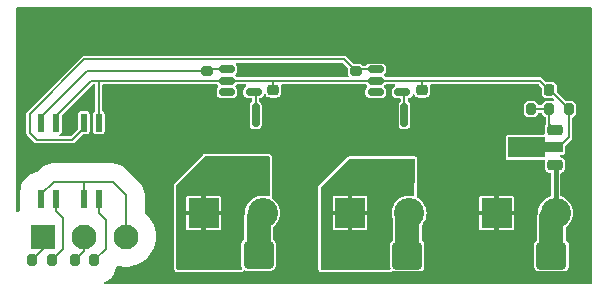
<source format=gbr>
%TF.GenerationSoftware,KiCad,Pcbnew,8.0.8*%
%TF.CreationDate,2025-03-09T17:27:28+01:00*%
%TF.ProjectId,02-dual-high-current-switch,30322d64-7561-46c2-9d68-6967682d6375,rev?*%
%TF.SameCoordinates,Original*%
%TF.FileFunction,Copper,L2,Bot*%
%TF.FilePolarity,Positive*%
%FSLAX46Y46*%
G04 Gerber Fmt 4.6, Leading zero omitted, Abs format (unit mm)*
G04 Created by KiCad (PCBNEW 8.0.8) date 2025-03-09 17:27:28*
%MOMM*%
%LPD*%
G01*
G04 APERTURE LIST*
G04 Aperture macros list*
%AMRoundRect*
0 Rectangle with rounded corners*
0 $1 Rounding radius*
0 $2 $3 $4 $5 $6 $7 $8 $9 X,Y pos of 4 corners*
0 Add a 4 corners polygon primitive as box body*
4,1,4,$2,$3,$4,$5,$6,$7,$8,$9,$2,$3,0*
0 Add four circle primitives for the rounded corners*
1,1,$1+$1,$2,$3*
1,1,$1+$1,$4,$5*
1,1,$1+$1,$6,$7*
1,1,$1+$1,$8,$9*
0 Add four rect primitives between the rounded corners*
20,1,$1+$1,$2,$3,$4,$5,0*
20,1,$1+$1,$4,$5,$6,$7,0*
20,1,$1+$1,$6,$7,$8,$9,0*
20,1,$1+$1,$8,$9,$2,$3,0*%
%AMFreePoly0*
4,1,9,3.862500,-0.866500,0.737500,-0.866500,0.737500,-0.450000,-0.737500,-0.450000,-0.737500,0.450000,0.737500,0.450000,0.737500,0.866500,3.862500,0.866500,3.862500,-0.866500,3.862500,-0.866500,$1*%
G04 Aperture macros list end*
%TA.AperFunction,ComponentPad*%
%ADD10R,2.550000X2.550000*%
%TD*%
%TA.AperFunction,ComponentPad*%
%ADD11C,2.550000*%
%TD*%
%TA.AperFunction,ComponentPad*%
%ADD12R,2.100000X2.100000*%
%TD*%
%TA.AperFunction,ComponentPad*%
%ADD13C,2.100000*%
%TD*%
%TA.AperFunction,ComponentPad*%
%ADD14C,5.600000*%
%TD*%
%TA.AperFunction,SMDPad,CuDef*%
%ADD15RoundRect,0.200000X-0.200000X-0.275000X0.200000X-0.275000X0.200000X0.275000X-0.200000X0.275000X0*%
%TD*%
%TA.AperFunction,SMDPad,CuDef*%
%ADD16RoundRect,0.250000X1.000000X0.900000X-1.000000X0.900000X-1.000000X-0.900000X1.000000X-0.900000X0*%
%TD*%
%TA.AperFunction,SMDPad,CuDef*%
%ADD17RoundRect,0.200000X-0.275000X0.200000X-0.275000X-0.200000X0.275000X-0.200000X0.275000X0.200000X0*%
%TD*%
%TA.AperFunction,SMDPad,CuDef*%
%ADD18RoundRect,0.137500X0.137500X-0.662500X0.137500X0.662500X-0.137500X0.662500X-0.137500X-0.662500X0*%
%TD*%
%TA.AperFunction,SMDPad,CuDef*%
%ADD19RoundRect,0.150000X-0.150000X0.825000X-0.150000X-0.825000X0.150000X-0.825000X0.150000X0.825000X0*%
%TD*%
%TA.AperFunction,SMDPad,CuDef*%
%ADD20RoundRect,0.150000X-0.512500X-0.150000X0.512500X-0.150000X0.512500X0.150000X-0.512500X0.150000X0*%
%TD*%
%TA.AperFunction,SMDPad,CuDef*%
%ADD21RoundRect,0.225000X0.425000X0.225000X-0.425000X0.225000X-0.425000X-0.225000X0.425000X-0.225000X0*%
%TD*%
%TA.AperFunction,SMDPad,CuDef*%
%ADD22FreePoly0,180.000000*%
%TD*%
%TA.AperFunction,SMDPad,CuDef*%
%ADD23RoundRect,0.225000X0.225000X0.250000X-0.225000X0.250000X-0.225000X-0.250000X0.225000X-0.250000X0*%
%TD*%
%TA.AperFunction,SMDPad,CuDef*%
%ADD24RoundRect,0.225000X0.250000X-0.225000X0.250000X0.225000X-0.250000X0.225000X-0.250000X-0.225000X0*%
%TD*%
%TA.AperFunction,ViaPad*%
%ADD25C,0.600000*%
%TD*%
%TA.AperFunction,Conductor*%
%ADD26C,0.200000*%
%TD*%
%TA.AperFunction,Conductor*%
%ADD27C,0.400000*%
%TD*%
%TA.AperFunction,Conductor*%
%ADD28C,2.000000*%
%TD*%
G04 APERTURE END LIST*
D10*
%TO.P,J4,1,Pin_1*%
%TO.N,Net-(D3-A)*%
X194400000Y-132700000D03*
D11*
%TO.P,J4,2,Pin_2*%
%TO.N,+24V*%
X199400000Y-132700000D03*
%TD*%
D10*
%TO.P,J1,1,Pin_1*%
%TO.N,GND*%
X206800000Y-132700000D03*
D11*
%TO.P,J1,2,Pin_2*%
%TO.N,+24V*%
X211800000Y-132700000D03*
%TD*%
D10*
%TO.P,J3,1,Pin_1*%
%TO.N,Net-(D2-A)*%
X182000000Y-132700000D03*
D11*
%TO.P,J3,2,Pin_2*%
%TO.N,+24V*%
X187000000Y-132700000D03*
%TD*%
D12*
%TO.P,J2,1,Pin_1*%
%TO.N,Net-(J2-Pin_1)*%
X168397500Y-134700000D03*
D13*
%TO.P,J2,2,Pin_2*%
%TO.N,Net-(J2-Pin_2)*%
X171897500Y-134700000D03*
%TO.P,J2,3,Pin_3*%
%TO.N,Net-(J2-Pin_3)*%
X175397500Y-134700000D03*
%TD*%
D14*
%TO.P,H4,1,1*%
%TO.N,GND*%
X203200000Y-127000000D03*
%TD*%
%TO.P,H2,1,1*%
%TO.N,GND*%
X177800000Y-127000000D03*
%TD*%
D15*
%TO.P,R6,1*%
%TO.N,GND*%
X208075000Y-123900000D03*
%TO.P,R6,2*%
%TO.N,Net-(U3-ADJ)*%
X209725000Y-123900000D03*
%TD*%
D16*
%TO.P,D3,1,K*%
%TO.N,+24V*%
X199250000Y-136300000D03*
%TO.P,D3,2,A*%
%TO.N,Net-(D3-A)*%
X194950000Y-136300000D03*
%TD*%
D17*
%TO.P,R4,1*%
%TO.N,Net-(U5-IN)*%
X194900000Y-120675000D03*
%TO.P,R4,2*%
%TO.N,GND*%
X194900000Y-122325000D03*
%TD*%
D18*
%TO.P,U1,1*%
%TO.N,Net-(R1-Pad2)*%
X169535000Y-131550000D03*
%TO.P,U1,2*%
%TO.N,Net-(J2-Pin_3)*%
X168265000Y-131550000D03*
%TO.P,U1,3*%
%TO.N,Net-(U4-IN)*%
X168265000Y-125050000D03*
%TO.P,U1,4*%
%TO.N,+12V*%
X169535000Y-125050000D03*
%TD*%
D15*
%TO.P,R2,1*%
%TO.N,Net-(J2-Pin_2)*%
X171075000Y-136700000D03*
%TO.P,R2,2*%
%TO.N,Net-(R2-Pad2)*%
X172725000Y-136700000D03*
%TD*%
D19*
%TO.P,Q1,1,S*%
%TO.N,GND*%
X182595000Y-124425000D03*
%TO.P,Q1,2,S*%
X183865000Y-124425000D03*
%TO.P,Q1,3,S*%
X185135000Y-124425000D03*
%TO.P,Q1,4,G*%
%TO.N,Net-(Q1-G)*%
X186405000Y-124425000D03*
%TO.P,Q1,5,D*%
%TO.N,Net-(D2-A)*%
X186405000Y-129375000D03*
%TO.P,Q1,6,D*%
X185135000Y-129375000D03*
%TO.P,Q1,7,D*%
X183865000Y-129375000D03*
%TO.P,Q1,8,D*%
X182595000Y-129375000D03*
%TD*%
D17*
%TO.P,R3,1*%
%TO.N,Net-(U4-IN)*%
X182300000Y-120675000D03*
%TO.P,R3,2*%
%TO.N,GND*%
X182300000Y-122325000D03*
%TD*%
D18*
%TO.P,U2,1*%
%TO.N,Net-(R2-Pad2)*%
X173135000Y-131550000D03*
%TO.P,U2,2*%
%TO.N,Net-(J2-Pin_3)*%
X171865000Y-131550000D03*
%TO.P,U2,3*%
%TO.N,Net-(U5-IN)*%
X171865000Y-125050000D03*
%TO.P,U2,4*%
%TO.N,+12V*%
X173135000Y-125050000D03*
%TD*%
D16*
%TO.P,D1,1,A1*%
%TO.N,+24V*%
X211450000Y-136300000D03*
%TO.P,D1,2,A2*%
%TO.N,GND*%
X207150000Y-136300000D03*
%TD*%
D20*
%TO.P,U5,1,NC*%
%TO.N,unconnected-(U5-NC-Pad1)*%
X196562500Y-122449999D03*
%TO.P,U5,2,Vdd*%
%TO.N,+12V*%
X196562500Y-121500000D03*
%TO.P,U5,3,IN*%
%TO.N,Net-(U5-IN)*%
X196562500Y-120550001D03*
%TO.P,U5,4,GND*%
%TO.N,GND*%
X198837500Y-120550001D03*
%TO.P,U5,5,OUT*%
%TO.N,Net-(Q2-G)*%
X198837500Y-122449999D03*
%TD*%
D15*
%TO.P,R1,1*%
%TO.N,Net-(J2-Pin_1)*%
X167475000Y-136700000D03*
%TO.P,R1,2*%
%TO.N,Net-(R1-Pad2)*%
X169125000Y-136700000D03*
%TD*%
D20*
%TO.P,U4,1,NC*%
%TO.N,unconnected-(U4-NC-Pad1)*%
X183962500Y-122449999D03*
%TO.P,U4,2,Vdd*%
%TO.N,+12V*%
X183962500Y-121500000D03*
%TO.P,U4,3,IN*%
%TO.N,Net-(U4-IN)*%
X183962500Y-120550001D03*
%TO.P,U4,4,GND*%
%TO.N,GND*%
X186237500Y-120550001D03*
%TO.P,U4,5,OUT*%
%TO.N,Net-(Q1-G)*%
X186237500Y-122449999D03*
%TD*%
D21*
%TO.P,U3,1,ADJ*%
%TO.N,Net-(U3-ADJ)*%
X211750000Y-125637500D03*
D22*
%TO.P,U3,2,VO*%
%TO.N,+12V*%
X211662500Y-127137500D03*
D21*
%TO.P,U3,3,VI*%
%TO.N,+24V*%
X211750000Y-128637500D03*
%TD*%
D23*
%TO.P,C1,1*%
%TO.N,+12V*%
X211275000Y-122300000D03*
%TO.P,C1,2*%
%TO.N,GND*%
X209725000Y-122300000D03*
%TD*%
D24*
%TO.P,C2,1*%
%TO.N,+12V*%
X187900000Y-122275000D03*
%TO.P,C2,2*%
%TO.N,GND*%
X187900000Y-120725000D03*
%TD*%
D19*
%TO.P,Q2,1,S*%
%TO.N,GND*%
X195195000Y-124425000D03*
%TO.P,Q2,2,S*%
X196465000Y-124425000D03*
%TO.P,Q2,3,S*%
X197735000Y-124425000D03*
%TO.P,Q2,4,G*%
%TO.N,Net-(Q2-G)*%
X199005000Y-124425000D03*
%TO.P,Q2,5,D*%
%TO.N,Net-(D3-A)*%
X199005000Y-129375000D03*
%TO.P,Q2,6,D*%
X197735000Y-129375000D03*
%TO.P,Q2,7,D*%
X196465000Y-129375000D03*
%TO.P,Q2,8,D*%
X195195000Y-129375000D03*
%TD*%
D24*
%TO.P,C3,1*%
%TO.N,+12V*%
X200500000Y-122275000D03*
%TO.P,C3,2*%
%TO.N,GND*%
X200500000Y-120725000D03*
%TD*%
D16*
%TO.P,D2,1,K*%
%TO.N,+24V*%
X186650000Y-136237500D03*
%TO.P,D2,2,A*%
%TO.N,Net-(D2-A)*%
X182350000Y-136237500D03*
%TD*%
D15*
%TO.P,R5,1*%
%TO.N,Net-(U3-ADJ)*%
X211275000Y-123900000D03*
%TO.P,R5,2*%
%TO.N,+12V*%
X212925000Y-123900000D03*
%TD*%
D25*
%TO.N,GND*%
X201700000Y-120700000D03*
X189100000Y-120700000D03*
%TD*%
D26*
%TO.N,GND*%
X200325001Y-120550001D02*
X200500000Y-120725000D01*
X189075000Y-120725000D02*
X189100000Y-120700000D01*
X186237500Y-120550001D02*
X187725001Y-120550001D01*
X201675000Y-120725000D02*
X201700000Y-120700000D01*
X187725001Y-120550001D02*
X187900000Y-120725000D01*
X198837500Y-120550001D02*
X200325001Y-120550001D01*
X194900000Y-122325000D02*
X195195000Y-122620000D01*
X195195000Y-122620000D02*
X195195000Y-124425000D01*
X187900000Y-120725000D02*
X189075000Y-120725000D01*
X200500000Y-120725000D02*
X201675000Y-120725000D01*
%TO.N,+12V*%
X187900000Y-121500000D02*
X196562500Y-121500000D01*
X173135000Y-125050000D02*
X173135000Y-121535000D01*
X169535000Y-124465000D02*
X172500000Y-121500000D01*
X200500000Y-121500000D02*
X210475000Y-121500000D01*
X212925000Y-123900000D02*
X212925000Y-126275000D01*
X169535000Y-125050000D02*
X169535000Y-124465000D01*
X172500000Y-121500000D02*
X173100000Y-121500000D01*
X211325000Y-122300000D02*
X212925000Y-123900000D01*
X173100000Y-121500000D02*
X178300000Y-121500000D01*
X173135000Y-121535000D02*
X173100000Y-121500000D01*
X210475000Y-121500000D02*
X211275000Y-122300000D01*
X169535000Y-125050000D02*
X169535000Y-125735000D01*
X212062500Y-127137500D02*
X211662500Y-127137500D01*
X187900000Y-122275000D02*
X187900000Y-121500000D01*
X183962500Y-121500000D02*
X187900000Y-121500000D01*
X196562500Y-121500000D02*
X200500000Y-121500000D01*
X211275000Y-122300000D02*
X211325000Y-122300000D01*
X200500000Y-122275000D02*
X200500000Y-121500000D01*
X212925000Y-126275000D02*
X212062500Y-127137500D01*
X178300000Y-121500000D02*
X183962500Y-121500000D01*
D27*
%TO.N,+24V*%
X211800000Y-132700000D02*
X211800000Y-128687500D01*
D28*
X211450000Y-136300000D02*
X211450000Y-133050000D01*
X199250000Y-132850000D02*
X199400000Y-132700000D01*
D27*
X211800000Y-128687500D02*
X211750000Y-128637500D01*
D28*
X211450000Y-133050000D02*
X211800000Y-132700000D01*
X199250000Y-136300000D02*
X199250000Y-132850000D01*
X186650000Y-133050000D02*
X187000000Y-132700000D01*
X186650000Y-136237500D02*
X186650000Y-133050000D01*
D26*
%TO.N,Net-(R2-Pad2)*%
X173700000Y-133300000D02*
X173700000Y-135725000D01*
X173135000Y-132735000D02*
X173700000Y-133300000D01*
X173700000Y-135725000D02*
X172725000Y-136700000D01*
X173135000Y-131550000D02*
X173135000Y-132735000D01*
%TO.N,Net-(U4-IN)*%
X168265000Y-125050000D02*
X168265000Y-124535000D01*
X182424999Y-120550001D02*
X182300000Y-120675000D01*
X172125000Y-120675000D02*
X182300000Y-120675000D01*
X183962500Y-120550001D02*
X182424999Y-120550001D01*
X168265000Y-124535000D02*
X172125000Y-120675000D01*
%TO.N,Net-(Q2-G)*%
X199005000Y-122617499D02*
X198837500Y-122449999D01*
X199005000Y-124425000D02*
X199005000Y-122617499D01*
%TO.N,Net-(R1-Pad2)*%
X169535000Y-132535000D02*
X170100000Y-133100000D01*
X170100000Y-135725000D02*
X169125000Y-136700000D01*
X170100000Y-133100000D02*
X170100000Y-135725000D01*
X169535000Y-131550000D02*
X169535000Y-132535000D01*
%TO.N,Net-(U5-IN)*%
X195024999Y-120550001D02*
X194900000Y-120675000D01*
X171865000Y-125050000D02*
X171865000Y-125535000D01*
X167300000Y-125900000D02*
X167300000Y-124300000D01*
X167900000Y-126500000D02*
X167300000Y-125900000D01*
X193925000Y-119700000D02*
X194900000Y-120675000D01*
X171865000Y-125535000D02*
X170900000Y-126500000D01*
X170900000Y-126500000D02*
X167900000Y-126500000D01*
X171900000Y-119700000D02*
X193925000Y-119700000D01*
X196562500Y-120550001D02*
X195024999Y-120550001D01*
X167300000Y-124300000D02*
X171900000Y-119700000D01*
%TO.N,Net-(Q1-G)*%
X186405000Y-124425000D02*
X186405000Y-122617499D01*
X186405000Y-122617499D02*
X186237500Y-122449999D01*
%TO.N,Net-(J2-Pin_1)*%
X168397500Y-135777500D02*
X167475000Y-136700000D01*
X168397500Y-134700000D02*
X168397500Y-135777500D01*
%TO.N,Net-(J2-Pin_2)*%
X171897500Y-134700000D02*
X171897500Y-135877500D01*
X171897500Y-135877500D02*
X171075000Y-136700000D01*
%TO.N,Net-(J2-Pin_3)*%
X174300000Y-130100000D02*
X171900000Y-130100000D01*
X175397500Y-134700000D02*
X175397500Y-131197500D01*
X168265000Y-131135000D02*
X169300000Y-130100000D01*
X171865000Y-131550000D02*
X171865000Y-130135000D01*
X171865000Y-130135000D02*
X171900000Y-130100000D01*
X171900000Y-130100000D02*
X169300000Y-130100000D01*
X168265000Y-131550000D02*
X168265000Y-131135000D01*
X175397500Y-131197500D02*
X174300000Y-130100000D01*
%TO.N,Net-(U3-ADJ)*%
X211275000Y-123900000D02*
X211275000Y-125162500D01*
X209725000Y-123900000D02*
X211275000Y-123900000D01*
X211275000Y-125162500D02*
X211750000Y-125637500D01*
%TD*%
%TA.AperFunction,Conductor*%
%TO.N,GND*%
G36*
X193817712Y-120019407D02*
G01*
X193829525Y-120029496D01*
X194195504Y-120395475D01*
X194223281Y-120449992D01*
X194224500Y-120465479D01*
X194224500Y-120906520D01*
X194224501Y-120906523D01*
X194239352Y-121000299D01*
X194239353Y-121000302D01*
X194267506Y-121055555D01*
X194277077Y-121115987D01*
X194249300Y-121170503D01*
X194194783Y-121198281D01*
X194179296Y-121199500D01*
X184853365Y-121199500D01*
X184795174Y-121180593D01*
X184769389Y-121149891D01*
X184768965Y-121150194D01*
X184765115Y-121144802D01*
X184764423Y-121143978D01*
X184764198Y-121143518D01*
X184764198Y-121143517D01*
X184715682Y-121095001D01*
X184687907Y-121040487D01*
X184697478Y-120980055D01*
X184715682Y-120954999D01*
X184764198Y-120906484D01*
X184815573Y-120801394D01*
X184825500Y-120733261D01*
X184825500Y-120366741D01*
X184815573Y-120298608D01*
X184764198Y-120193518D01*
X184740181Y-120169501D01*
X184712406Y-120114987D01*
X184721977Y-120054555D01*
X184765242Y-120011290D01*
X184810187Y-120000500D01*
X193759521Y-120000500D01*
X193817712Y-120019407D01*
G37*
%TD.AperFunction*%
%TA.AperFunction,Conductor*%
G36*
X214858691Y-115319407D02*
G01*
X214894655Y-115368907D01*
X214899500Y-115399500D01*
X214899500Y-138600500D01*
X214880593Y-138658691D01*
X214831093Y-138694655D01*
X214800500Y-138699500D01*
X173699441Y-138699500D01*
X173641250Y-138680593D01*
X173605286Y-138631093D01*
X173605286Y-138569907D01*
X173641250Y-138520407D01*
X173653815Y-138512640D01*
X173824466Y-138424036D01*
X174035119Y-138269751D01*
X174219751Y-138085119D01*
X174374036Y-137874466D01*
X174494357Y-137642730D01*
X174577893Y-137395343D01*
X174604943Y-137240001D01*
X174633552Y-137185918D01*
X174688488Y-137158979D01*
X174727089Y-137161095D01*
X174918639Y-137210277D01*
X175237036Y-137250500D01*
X175557964Y-137250500D01*
X175876361Y-137210277D01*
X176187206Y-137130466D01*
X176434188Y-137032678D01*
X176485595Y-137012325D01*
X176485597Y-137012324D01*
X176766828Y-136857716D01*
X177026464Y-136669080D01*
X177260411Y-136449390D01*
X177464978Y-136202110D01*
X177636939Y-135931142D01*
X177773584Y-135640758D01*
X177872756Y-135335538D01*
X177932892Y-135020294D01*
X177953043Y-134700000D01*
X177932892Y-134379706D01*
X177872756Y-134064462D01*
X177773584Y-133759242D01*
X177636939Y-133468858D01*
X177636935Y-133468853D01*
X177636931Y-133468844D01*
X177464978Y-133197890D01*
X177260416Y-132950616D01*
X177260406Y-132950605D01*
X177179247Y-132874392D01*
X177029229Y-132733516D01*
X176999754Y-132679901D01*
X176998000Y-132661350D01*
X176998000Y-131071534D01*
X176958591Y-130822719D01*
X176896125Y-130630469D01*
X176880741Y-130583121D01*
X176766370Y-130358655D01*
X176723755Y-130300000D01*
X179500000Y-130300000D01*
X179501180Y-130298819D01*
X179494500Y-130341004D01*
X179494500Y-130341008D01*
X179494500Y-132294500D01*
X179494500Y-137401000D01*
X179497030Y-137433143D01*
X179501883Y-137463793D01*
X179502646Y-137468281D01*
X179502647Y-137468286D01*
X179538591Y-137552382D01*
X179538592Y-137552383D01*
X179574556Y-137601883D01*
X179598797Y-137629628D01*
X179677307Y-137676536D01*
X179735498Y-137695443D01*
X179748198Y-137697454D01*
X179798996Y-137705500D01*
X179799000Y-137705500D01*
X185161992Y-137705500D01*
X185179623Y-137704741D01*
X185179635Y-137704740D01*
X185196581Y-137703279D01*
X185274950Y-137680226D01*
X185329045Y-137651637D01*
X185359940Y-137631575D01*
X185390725Y-137593561D01*
X185442039Y-137560239D01*
X185500356Y-137562420D01*
X185565301Y-137585146D01*
X185595725Y-137587999D01*
X185595727Y-137588000D01*
X185595734Y-137588000D01*
X187704273Y-137588000D01*
X187704273Y-137587999D01*
X187734699Y-137585146D01*
X187862882Y-137540293D01*
X187972150Y-137459650D01*
X188052793Y-137350382D01*
X188097646Y-137222199D01*
X188100499Y-137191773D01*
X188100500Y-137191773D01*
X188100500Y-135283227D01*
X188100499Y-135283225D01*
X188097646Y-135252805D01*
X188097646Y-135252801D01*
X188052793Y-135124618D01*
X187973918Y-135017746D01*
X187972154Y-135015355D01*
X187972152Y-135015353D01*
X187972150Y-135015350D01*
X187941696Y-134992874D01*
X187890712Y-134955246D01*
X187855119Y-134905479D01*
X187850500Y-134875591D01*
X187850500Y-133956183D01*
X187869407Y-133897992D01*
X187888693Y-133878058D01*
X188002754Y-133789281D01*
X188168368Y-133609377D01*
X188302111Y-133404667D01*
X188400336Y-133180736D01*
X188460364Y-132943692D01*
X188480557Y-132700000D01*
X188460364Y-132456308D01*
X188400336Y-132219264D01*
X188302111Y-131995333D01*
X188168368Y-131790623D01*
X188002754Y-131610719D01*
X188002753Y-131610718D01*
X187809789Y-131460527D01*
X187808960Y-131459986D01*
X187808736Y-131459708D01*
X187806557Y-131458012D01*
X187806956Y-131457498D01*
X187770587Y-131412330D01*
X187767554Y-131351219D01*
X187774751Y-131334279D01*
X187774238Y-131334046D01*
X187776532Y-131328993D01*
X187776536Y-131328988D01*
X187795443Y-131270797D01*
X187799465Y-131245396D01*
X187805500Y-131207298D01*
X187805500Y-130541004D01*
X191694500Y-130541004D01*
X191694500Y-130541008D01*
X191694500Y-132294500D01*
X191694500Y-137401000D01*
X191697030Y-137433143D01*
X191701883Y-137463793D01*
X191702646Y-137468281D01*
X191702647Y-137468286D01*
X191738591Y-137552382D01*
X191738592Y-137552383D01*
X191774556Y-137601883D01*
X191798797Y-137629628D01*
X191877307Y-137676536D01*
X191935498Y-137695443D01*
X191948198Y-137697454D01*
X191998996Y-137705500D01*
X191999000Y-137705500D01*
X197738249Y-137705500D01*
X197740331Y-137705488D01*
X197740362Y-137705487D01*
X197740476Y-137705487D01*
X197742698Y-137705462D01*
X197808257Y-137693943D01*
X197866009Y-137673735D01*
X197899557Y-137658497D01*
X197938049Y-137623312D01*
X197993755Y-137598008D01*
X198037540Y-137602941D01*
X198095761Y-137623313D01*
X198165301Y-137647646D01*
X198195725Y-137650499D01*
X198195727Y-137650500D01*
X198195734Y-137650500D01*
X200304273Y-137650500D01*
X200304273Y-137650499D01*
X200334699Y-137647646D01*
X200462882Y-137602793D01*
X200572150Y-137522150D01*
X200652793Y-137412882D01*
X200697646Y-137284699D01*
X200700499Y-137254273D01*
X200700500Y-137254273D01*
X200700500Y-135345727D01*
X200700499Y-135345725D01*
X200697646Y-135315305D01*
X200697646Y-135315301D01*
X200652793Y-135187118D01*
X200606666Y-135124618D01*
X200572154Y-135077855D01*
X200572152Y-135077853D01*
X200572150Y-135077850D01*
X200490712Y-135017746D01*
X200455119Y-134967979D01*
X200450500Y-134938091D01*
X200450500Y-133776044D01*
X200469407Y-133717853D01*
X200476664Y-133708993D01*
X200568368Y-133609377D01*
X200702111Y-133404667D01*
X200800336Y-133180736D01*
X200860364Y-132943692D01*
X200880557Y-132700000D01*
X200860364Y-132456308D01*
X200800336Y-132219264D01*
X200702111Y-131995333D01*
X200568368Y-131790623D01*
X200402754Y-131610719D01*
X200209788Y-131460527D01*
X200107736Y-131405299D01*
X205325000Y-131405299D01*
X205325000Y-132499999D01*
X205325001Y-132500000D01*
X205973130Y-132500000D01*
X205950000Y-132616282D01*
X205950000Y-132783718D01*
X205973130Y-132900000D01*
X205325001Y-132900000D01*
X205325000Y-132900001D01*
X205325000Y-133994700D01*
X205336603Y-134053036D01*
X205380806Y-134119189D01*
X205380810Y-134119193D01*
X205446963Y-134163396D01*
X205505299Y-134174999D01*
X205505303Y-134175000D01*
X206599999Y-134175000D01*
X206600000Y-134174999D01*
X206600000Y-133526870D01*
X206716282Y-133550000D01*
X206883718Y-133550000D01*
X207000000Y-133526870D01*
X207000000Y-134174999D01*
X207000001Y-134175000D01*
X208094697Y-134175000D01*
X208094700Y-134174999D01*
X208153036Y-134163396D01*
X208219189Y-134119193D01*
X208219193Y-134119189D01*
X208263396Y-134053036D01*
X208274999Y-133994700D01*
X208275000Y-133994697D01*
X208275000Y-132900001D01*
X208274999Y-132900000D01*
X207626870Y-132900000D01*
X207650000Y-132783718D01*
X207650000Y-132616282D01*
X207626870Y-132500000D01*
X208274999Y-132500000D01*
X208275000Y-132499999D01*
X208275000Y-131405302D01*
X208274999Y-131405299D01*
X208263396Y-131346963D01*
X208219193Y-131280810D01*
X208219189Y-131280806D01*
X208153036Y-131236603D01*
X208094700Y-131225000D01*
X207000001Y-131225000D01*
X207000000Y-131225001D01*
X207000000Y-131873129D01*
X206883718Y-131850000D01*
X206716282Y-131850000D01*
X206600000Y-131873129D01*
X206600000Y-131225001D01*
X206599999Y-131225000D01*
X205505299Y-131225000D01*
X205446963Y-131236603D01*
X205380810Y-131280806D01*
X205380806Y-131280810D01*
X205336603Y-131346963D01*
X205325000Y-131405299D01*
X200107736Y-131405299D01*
X200077672Y-131389029D01*
X200035495Y-131344706D01*
X200027425Y-131284055D01*
X200030638Y-131271369D01*
X200045442Y-131225806D01*
X200045443Y-131225800D01*
X200048374Y-131207298D01*
X200055500Y-131162300D01*
X200055500Y-130244081D01*
X200068124Y-130195706D01*
X200076535Y-130180687D01*
X200086713Y-130149362D01*
X200095443Y-130122494D01*
X200105500Y-130058992D01*
X200105500Y-128705500D01*
X201700000Y-130300000D01*
X204900000Y-130300000D01*
X206500000Y-128700000D01*
X206500000Y-125500000D01*
X204700000Y-123700000D01*
X201700000Y-123700000D01*
X199900000Y-125500000D01*
X199900000Y-127916090D01*
X199864499Y-127904556D01*
X199864500Y-127904556D01*
X199801003Y-127894500D01*
X199801000Y-127894500D01*
X194341008Y-127894500D01*
X194330258Y-127894922D01*
X194324876Y-127895134D01*
X194311331Y-127896200D01*
X194309396Y-127896353D01*
X194309393Y-127896353D01*
X194309392Y-127896354D01*
X194232230Y-127918115D01*
X194232224Y-127918117D01*
X194177708Y-127945894D01*
X194125699Y-127983681D01*
X191783666Y-130325714D01*
X191772739Y-130337534D01*
X191762645Y-130349353D01*
X191762639Y-130349362D01*
X191723464Y-130419314D01*
X191704556Y-130477507D01*
X191694500Y-130541004D01*
X187805500Y-130541004D01*
X187805500Y-127999006D01*
X187805500Y-127999000D01*
X187802970Y-127966856D01*
X187798125Y-127936263D01*
X187798116Y-127936206D01*
X187797353Y-127931718D01*
X187797352Y-127931713D01*
X187761408Y-127847617D01*
X187754844Y-127838583D01*
X187725444Y-127798117D01*
X187701203Y-127770372D01*
X187622693Y-127723464D01*
X187622691Y-127723463D01*
X187622689Y-127723462D01*
X187564499Y-127704556D01*
X187564500Y-127704556D01*
X187501003Y-127694500D01*
X187501000Y-127694500D01*
X182141008Y-127694500D01*
X182130258Y-127694922D01*
X182124876Y-127695134D01*
X182111331Y-127696200D01*
X182109396Y-127696353D01*
X182109393Y-127696353D01*
X182109392Y-127696354D01*
X182032230Y-127718115D01*
X182032224Y-127718117D01*
X181977708Y-127745894D01*
X181925699Y-127783681D01*
X181100000Y-128609380D01*
X181100000Y-125500000D01*
X179300000Y-123700000D01*
X176300000Y-123700000D01*
X174500000Y-125500000D01*
X174500000Y-128500000D01*
X174513338Y-128513338D01*
X174425965Y-128499500D01*
X174425962Y-128499500D01*
X172025962Y-128499500D01*
X169174038Y-128499500D01*
X169174035Y-128499500D01*
X168925219Y-128538908D01*
X168685620Y-128616759D01*
X168461155Y-128731129D01*
X168461151Y-128731131D01*
X168308433Y-128842088D01*
X168257345Y-128879205D01*
X167892077Y-129244472D01*
X167845185Y-129270733D01*
X167619763Y-129324852D01*
X167381566Y-129423516D01*
X167381554Y-129423522D01*
X167161738Y-129558226D01*
X167161732Y-129558231D01*
X166965681Y-129725675D01*
X166965675Y-129725681D01*
X166798231Y-129921732D01*
X166798226Y-129921738D01*
X166663522Y-130141554D01*
X166663516Y-130141566D01*
X166564852Y-130379763D01*
X166504663Y-130630469D01*
X166494638Y-130757857D01*
X166489534Y-130822719D01*
X166489500Y-130823150D01*
X166489500Y-132276850D01*
X166495369Y-132351441D01*
X166481084Y-132410936D01*
X166460658Y-132434752D01*
X166282856Y-132585344D01*
X166282843Y-132585357D01*
X166275044Y-132594566D01*
X166223007Y-132626750D01*
X166161991Y-132622200D01*
X166115302Y-132582655D01*
X166100500Y-132530581D01*
X166100500Y-124260435D01*
X166999500Y-124260435D01*
X166999500Y-125939564D01*
X167019978Y-126015988D01*
X167034564Y-126041250D01*
X167039904Y-126050500D01*
X167059540Y-126084511D01*
X167659540Y-126684511D01*
X167659539Y-126684511D01*
X167715489Y-126740460D01*
X167784007Y-126780019D01*
X167784011Y-126780021D01*
X167860435Y-126800499D01*
X167860437Y-126800500D01*
X167860438Y-126800500D01*
X170939563Y-126800500D01*
X170939563Y-126800499D01*
X171015989Y-126780021D01*
X171084511Y-126740460D01*
X171140460Y-126684511D01*
X171745475Y-126079494D01*
X171799992Y-126051718D01*
X171815479Y-126050499D01*
X172042099Y-126050499D01*
X172042102Y-126050499D01*
X172091330Y-126044019D01*
X172199359Y-125993644D01*
X172283644Y-125909359D01*
X172334019Y-125801330D01*
X172340500Y-125752103D01*
X172340499Y-124347898D01*
X172334019Y-124298670D01*
X172291050Y-124206523D01*
X172283645Y-124190643D01*
X172283644Y-124190642D01*
X172283644Y-124190641D01*
X172199359Y-124106356D01*
X172199357Y-124106355D01*
X172199356Y-124106354D01*
X172091335Y-124055983D01*
X172091333Y-124055982D01*
X172091330Y-124055981D01*
X172042103Y-124049500D01*
X172042101Y-124049500D01*
X171687900Y-124049500D01*
X171687892Y-124049501D01*
X171638670Y-124055980D01*
X171530643Y-124106354D01*
X171446354Y-124190643D01*
X171395983Y-124298664D01*
X171395981Y-124298668D01*
X171395981Y-124298670D01*
X171395767Y-124300300D01*
X171389500Y-124347898D01*
X171389500Y-125544520D01*
X171370593Y-125602711D01*
X171360504Y-125614524D01*
X170804525Y-126170504D01*
X170750008Y-126198281D01*
X170734521Y-126199500D01*
X169874460Y-126199500D01*
X169816269Y-126180593D01*
X169780305Y-126131093D01*
X169780305Y-126069907D01*
X169816269Y-126020407D01*
X169832620Y-126010776D01*
X169846344Y-126004375D01*
X169869359Y-125993644D01*
X169953644Y-125909359D01*
X170004019Y-125801330D01*
X170010500Y-125752103D01*
X170010499Y-124455477D01*
X170029406Y-124397287D01*
X170039489Y-124385480D01*
X172595475Y-121829496D01*
X172649992Y-121801719D01*
X172665479Y-121800500D01*
X172735500Y-121800500D01*
X172793691Y-121819407D01*
X172829655Y-121868907D01*
X172834500Y-121899500D01*
X172834500Y-124031490D01*
X172815593Y-124089681D01*
X172805504Y-124101494D01*
X172800642Y-124106355D01*
X172800641Y-124106356D01*
X172722990Y-124184007D01*
X172716354Y-124190643D01*
X172665983Y-124298664D01*
X172665981Y-124298668D01*
X172665981Y-124298670D01*
X172665767Y-124300300D01*
X172659500Y-124347898D01*
X172659500Y-125752098D01*
X172659501Y-125752108D01*
X172665980Y-125801329D01*
X172716354Y-125909356D01*
X172716355Y-125909357D01*
X172716356Y-125909359D01*
X172800641Y-125993644D01*
X172908670Y-126044019D01*
X172957897Y-126050500D01*
X173312102Y-126050499D01*
X173361330Y-126044019D01*
X173469359Y-125993644D01*
X173553644Y-125909359D01*
X173604019Y-125801330D01*
X173610500Y-125752103D01*
X173610499Y-124347898D01*
X173604019Y-124298670D01*
X173561050Y-124206523D01*
X173553645Y-124190643D01*
X173553644Y-124190642D01*
X173553644Y-124190641D01*
X173469359Y-124106356D01*
X173469357Y-124106355D01*
X173464496Y-124101494D01*
X173436719Y-124046977D01*
X173435500Y-124031490D01*
X173435500Y-121899500D01*
X173454407Y-121841309D01*
X173503907Y-121805345D01*
X173534500Y-121800500D01*
X178260438Y-121800500D01*
X183071635Y-121800500D01*
X183129826Y-121819407D01*
X183155610Y-121850108D01*
X183156035Y-121849806D01*
X183159884Y-121855197D01*
X183160576Y-121856020D01*
X183160802Y-121856483D01*
X183209316Y-121904997D01*
X183237092Y-121959512D01*
X183227521Y-122019944D01*
X183209315Y-122045002D01*
X183160803Y-122093514D01*
X183160801Y-122093517D01*
X183109427Y-122198603D01*
X183109427Y-122198606D01*
X183099500Y-122266739D01*
X183099500Y-122633259D01*
X183100518Y-122640243D01*
X183109427Y-122701394D01*
X183159206Y-122803217D01*
X183160802Y-122806482D01*
X183243517Y-122889197D01*
X183285490Y-122909716D01*
X183348604Y-122940571D01*
X183348605Y-122940571D01*
X183348607Y-122940572D01*
X183416740Y-122950499D01*
X183416743Y-122950499D01*
X184508257Y-122950499D01*
X184508260Y-122950499D01*
X184576393Y-122940572D01*
X184681483Y-122889197D01*
X184764198Y-122806482D01*
X184815573Y-122701392D01*
X184825500Y-122633259D01*
X184825500Y-122266739D01*
X184815573Y-122198606D01*
X184764198Y-122093516D01*
X184715682Y-122045000D01*
X184687907Y-121990486D01*
X184697478Y-121930054D01*
X184715682Y-121904998D01*
X184764198Y-121856483D01*
X184764423Y-121856021D01*
X184764819Y-121855612D01*
X184768965Y-121849806D01*
X184769835Y-121850427D01*
X184806965Y-121812047D01*
X184853365Y-121800500D01*
X185520775Y-121800500D01*
X185578966Y-121819407D01*
X185614930Y-121868907D01*
X185614930Y-121930093D01*
X185578966Y-121979593D01*
X185564258Y-121988439D01*
X185518517Y-122010801D01*
X185435801Y-122093517D01*
X185384427Y-122198603D01*
X185384427Y-122198606D01*
X185374500Y-122266739D01*
X185374500Y-122633259D01*
X185375518Y-122640243D01*
X185384427Y-122701394D01*
X185434206Y-122803217D01*
X185435802Y-122806482D01*
X185518517Y-122889197D01*
X185560490Y-122909716D01*
X185623604Y-122940571D01*
X185623605Y-122940571D01*
X185623607Y-122940572D01*
X185691740Y-122950499D01*
X186005500Y-122950499D01*
X186063691Y-122969406D01*
X186099655Y-123018906D01*
X186104500Y-123049499D01*
X186104500Y-123221635D01*
X186085593Y-123279826D01*
X186054889Y-123305612D01*
X186055192Y-123306036D01*
X186049817Y-123309873D01*
X186048982Y-123310574D01*
X186048800Y-123310663D01*
X186048518Y-123310801D01*
X185965801Y-123393518D01*
X185914427Y-123498604D01*
X185909694Y-123531093D01*
X185904500Y-123566740D01*
X185904500Y-125283260D01*
X185911118Y-125328682D01*
X185914427Y-125351395D01*
X185938189Y-125400000D01*
X185965802Y-125456483D01*
X186048517Y-125539198D01*
X186102285Y-125565483D01*
X186153604Y-125590572D01*
X186153605Y-125590572D01*
X186153607Y-125590573D01*
X186221740Y-125600500D01*
X186221743Y-125600500D01*
X186588257Y-125600500D01*
X186588260Y-125600500D01*
X186656393Y-125590573D01*
X186761483Y-125539198D01*
X186844198Y-125456483D01*
X186895573Y-125351393D01*
X186905500Y-125283260D01*
X186905500Y-123566740D01*
X186895573Y-123498607D01*
X186844198Y-123393517D01*
X186761483Y-123310802D01*
X186761017Y-123310574D01*
X186760603Y-123310173D01*
X186754808Y-123306036D01*
X186755428Y-123305167D01*
X186717045Y-123268031D01*
X186705500Y-123221635D01*
X186705500Y-123047449D01*
X186724407Y-122989258D01*
X186773907Y-122953294D01*
X186790216Y-122949485D01*
X186851393Y-122940572D01*
X186956483Y-122889197D01*
X187039198Y-122806482D01*
X187090573Y-122701392D01*
X187090573Y-122701391D01*
X187093802Y-122694787D01*
X187136345Y-122650813D01*
X187196611Y-122640243D01*
X187251579Y-122667115D01*
X187270952Y-122693322D01*
X187271698Y-122694787D01*
X187301472Y-122753220D01*
X187396780Y-122848528D01*
X187396782Y-122848529D01*
X187516867Y-122909716D01*
X187516869Y-122909716D01*
X187516874Y-122909719D01*
X187592541Y-122921703D01*
X187616510Y-122925500D01*
X187616512Y-122925500D01*
X188183490Y-122925500D01*
X188204885Y-122922111D01*
X188283126Y-122909719D01*
X188403220Y-122848528D01*
X188498528Y-122753220D01*
X188559719Y-122633126D01*
X188575500Y-122533488D01*
X188575500Y-122016512D01*
X188574595Y-122010801D01*
X188559420Y-121914987D01*
X188568991Y-121854555D01*
X188612256Y-121811291D01*
X188657201Y-121800500D01*
X195671635Y-121800500D01*
X195729826Y-121819407D01*
X195755610Y-121850108D01*
X195756035Y-121849806D01*
X195759884Y-121855197D01*
X195760576Y-121856020D01*
X195760802Y-121856483D01*
X195809316Y-121904997D01*
X195837092Y-121959512D01*
X195827521Y-122019944D01*
X195809315Y-122045002D01*
X195760803Y-122093514D01*
X195760801Y-122093517D01*
X195709427Y-122198603D01*
X195709427Y-122198606D01*
X195699500Y-122266739D01*
X195699500Y-122633259D01*
X195700518Y-122640243D01*
X195709427Y-122701394D01*
X195759206Y-122803217D01*
X195760802Y-122806482D01*
X195843517Y-122889197D01*
X195885490Y-122909716D01*
X195948604Y-122940571D01*
X195948605Y-122940571D01*
X195948607Y-122940572D01*
X196016740Y-122950499D01*
X196016743Y-122950499D01*
X197108257Y-122950499D01*
X197108260Y-122950499D01*
X197176393Y-122940572D01*
X197281483Y-122889197D01*
X197364198Y-122806482D01*
X197415573Y-122701392D01*
X197425500Y-122633259D01*
X197425500Y-122266739D01*
X197415573Y-122198606D01*
X197364198Y-122093516D01*
X197315682Y-122045000D01*
X197287907Y-121990486D01*
X197297478Y-121930054D01*
X197315682Y-121904998D01*
X197364198Y-121856483D01*
X197364423Y-121856021D01*
X197364819Y-121855612D01*
X197368965Y-121849806D01*
X197369835Y-121850427D01*
X197406965Y-121812047D01*
X197453365Y-121800500D01*
X198120775Y-121800500D01*
X198178966Y-121819407D01*
X198214930Y-121868907D01*
X198214930Y-121930093D01*
X198178966Y-121979593D01*
X198164258Y-121988439D01*
X198118517Y-122010801D01*
X198035801Y-122093517D01*
X197984427Y-122198603D01*
X197984427Y-122198606D01*
X197974500Y-122266739D01*
X197974500Y-122633259D01*
X197975518Y-122640243D01*
X197984427Y-122701394D01*
X198034206Y-122803217D01*
X198035802Y-122806482D01*
X198118517Y-122889197D01*
X198160490Y-122909716D01*
X198223604Y-122940571D01*
X198223605Y-122940571D01*
X198223607Y-122940572D01*
X198291740Y-122950499D01*
X198605500Y-122950499D01*
X198663691Y-122969406D01*
X198699655Y-123018906D01*
X198704500Y-123049499D01*
X198704500Y-123221635D01*
X198685593Y-123279826D01*
X198654889Y-123305612D01*
X198655192Y-123306036D01*
X198649817Y-123309873D01*
X198648982Y-123310574D01*
X198648800Y-123310663D01*
X198648518Y-123310801D01*
X198565801Y-123393518D01*
X198514427Y-123498604D01*
X198509694Y-123531093D01*
X198504500Y-123566740D01*
X198504500Y-125283260D01*
X198511118Y-125328682D01*
X198514427Y-125351395D01*
X198538189Y-125400000D01*
X198565802Y-125456483D01*
X198648517Y-125539198D01*
X198702285Y-125565483D01*
X198753604Y-125590572D01*
X198753605Y-125590572D01*
X198753607Y-125590573D01*
X198821740Y-125600500D01*
X198821743Y-125600500D01*
X199188257Y-125600500D01*
X199188260Y-125600500D01*
X199256393Y-125590573D01*
X199361483Y-125539198D01*
X199444198Y-125456483D01*
X199495573Y-125351393D01*
X199505500Y-125283260D01*
X199505500Y-123566740D01*
X199495573Y-123498607D01*
X199444198Y-123393517D01*
X199361483Y-123310802D01*
X199361017Y-123310574D01*
X199360603Y-123310173D01*
X199354808Y-123306036D01*
X199355428Y-123305167D01*
X199317045Y-123268031D01*
X199305500Y-123221635D01*
X199305500Y-123047449D01*
X199324407Y-122989258D01*
X199373907Y-122953294D01*
X199390216Y-122949485D01*
X199451393Y-122940572D01*
X199556483Y-122889197D01*
X199639198Y-122806482D01*
X199690573Y-122701392D01*
X199690573Y-122701391D01*
X199693802Y-122694787D01*
X199736345Y-122650813D01*
X199796611Y-122640243D01*
X199851579Y-122667115D01*
X199870952Y-122693322D01*
X199871698Y-122694787D01*
X199901472Y-122753220D01*
X199996780Y-122848528D01*
X199996782Y-122848529D01*
X200116867Y-122909716D01*
X200116869Y-122909716D01*
X200116874Y-122909719D01*
X200192541Y-122921703D01*
X200216510Y-122925500D01*
X200216512Y-122925500D01*
X200783490Y-122925500D01*
X200804885Y-122922111D01*
X200883126Y-122909719D01*
X201003220Y-122848528D01*
X201098528Y-122753220D01*
X201159719Y-122633126D01*
X201175500Y-122533488D01*
X201175500Y-122016512D01*
X201174595Y-122010801D01*
X201159420Y-121914987D01*
X201168991Y-121854555D01*
X201212256Y-121811291D01*
X201257201Y-121800500D01*
X210309521Y-121800500D01*
X210367712Y-121819407D01*
X210379525Y-121829496D01*
X210595504Y-122045475D01*
X210623281Y-122099992D01*
X210624500Y-122115479D01*
X210624500Y-122583489D01*
X210640281Y-122683125D01*
X210640283Y-122683132D01*
X210701470Y-122803217D01*
X210701472Y-122803220D01*
X210796780Y-122898528D01*
X210796782Y-122898529D01*
X210916867Y-122959716D01*
X210916869Y-122959716D01*
X210916874Y-122959719D01*
X210992541Y-122971703D01*
X211016510Y-122975500D01*
X211534521Y-122975500D01*
X211592712Y-122994407D01*
X211604525Y-123004496D01*
X211668926Y-123068897D01*
X211696703Y-123123414D01*
X211687132Y-123183846D01*
X211643867Y-123227111D01*
X211583435Y-123236682D01*
X211506522Y-123224500D01*
X211043479Y-123224500D01*
X211043476Y-123224501D01*
X210949700Y-123239352D01*
X210949695Y-123239354D01*
X210836659Y-123296949D01*
X210746949Y-123386659D01*
X210689354Y-123499695D01*
X210686774Y-123515986D01*
X210658997Y-123570503D01*
X210604481Y-123598281D01*
X210588993Y-123599500D01*
X210411008Y-123599500D01*
X210352817Y-123580593D01*
X210316853Y-123531093D01*
X210313227Y-123515987D01*
X210310647Y-123499699D01*
X210310646Y-123499697D01*
X210310646Y-123499696D01*
X210253050Y-123386658D01*
X210163342Y-123296950D01*
X210050304Y-123239354D01*
X210050305Y-123239354D01*
X209956522Y-123224500D01*
X209493479Y-123224500D01*
X209493476Y-123224501D01*
X209399700Y-123239352D01*
X209399695Y-123239354D01*
X209286659Y-123296949D01*
X209196949Y-123386659D01*
X209139354Y-123499695D01*
X209124500Y-123593477D01*
X209124500Y-124206520D01*
X209124501Y-124206523D01*
X209139352Y-124300299D01*
X209139354Y-124300304D01*
X209196950Y-124413342D01*
X209286658Y-124503050D01*
X209399696Y-124560646D01*
X209493481Y-124575500D01*
X209956518Y-124575499D01*
X209956520Y-124575499D01*
X209956521Y-124575498D01*
X210025502Y-124564574D01*
X210050299Y-124560647D01*
X210050299Y-124560646D01*
X210050304Y-124560646D01*
X210163342Y-124503050D01*
X210253050Y-124413342D01*
X210310646Y-124300304D01*
X210313226Y-124284013D01*
X210341003Y-124229497D01*
X210395519Y-124201719D01*
X210411007Y-124200500D01*
X210588992Y-124200500D01*
X210647183Y-124219407D01*
X210683147Y-124268907D01*
X210686773Y-124284013D01*
X210689352Y-124300300D01*
X210689354Y-124300304D01*
X210746950Y-124413342D01*
X210836658Y-124503050D01*
X210920446Y-124545742D01*
X210963710Y-124589006D01*
X210974500Y-124633951D01*
X210974500Y-125139381D01*
X210963710Y-125184326D01*
X210915281Y-125279372D01*
X210915281Y-125279374D01*
X210899500Y-125379010D01*
X210899500Y-125895989D01*
X210908215Y-125951012D01*
X210898644Y-126011444D01*
X210855380Y-126054709D01*
X210810434Y-126065500D01*
X207799998Y-126065500D01*
X207754272Y-126070651D01*
X207671872Y-126110334D01*
X207614850Y-126181837D01*
X207594500Y-126271000D01*
X207594500Y-128004000D01*
X207599651Y-128049727D01*
X207639334Y-128132127D01*
X207710837Y-128189149D01*
X207800000Y-128209500D01*
X210810434Y-128209500D01*
X210868625Y-128228407D01*
X210904589Y-128277907D01*
X210908215Y-128323988D01*
X210899500Y-128379010D01*
X210899500Y-128895989D01*
X210915281Y-128995625D01*
X210915283Y-128995632D01*
X210976470Y-129115717D01*
X210976472Y-129115720D01*
X211071780Y-129211028D01*
X211071782Y-129211029D01*
X211191867Y-129272216D01*
X211191869Y-129272216D01*
X211191874Y-129272219D01*
X211267541Y-129284203D01*
X211291510Y-129288000D01*
X211291512Y-129288000D01*
X211300500Y-129288000D01*
X211358691Y-129306907D01*
X211394655Y-129356407D01*
X211399500Y-129387000D01*
X211399500Y-131206780D01*
X211380593Y-131264971D01*
X211332646Y-131300415D01*
X211205267Y-131344145D01*
X211205265Y-131344145D01*
X211205262Y-131344147D01*
X210990211Y-131460527D01*
X210990208Y-131460529D01*
X210797246Y-131610718D01*
X210631632Y-131790623D01*
X210497889Y-131995333D01*
X210426469Y-132158156D01*
X210399664Y-132219265D01*
X210339635Y-132456309D01*
X210326555Y-132614159D01*
X210322048Y-132636575D01*
X210279059Y-132768884D01*
X210249500Y-132955515D01*
X210249500Y-134938091D01*
X210230593Y-134996282D01*
X210209288Y-135017746D01*
X210127854Y-135077846D01*
X210127845Y-135077855D01*
X210047207Y-135187116D01*
X210002355Y-135315296D01*
X210002353Y-135315305D01*
X209999500Y-135345725D01*
X209999500Y-137254274D01*
X210002353Y-137284694D01*
X210002355Y-137284703D01*
X210047207Y-137412883D01*
X210127845Y-137522144D01*
X210127847Y-137522146D01*
X210127850Y-137522150D01*
X210127853Y-137522152D01*
X210127855Y-137522154D01*
X210237116Y-137602792D01*
X210237117Y-137602792D01*
X210237118Y-137602793D01*
X210365301Y-137647646D01*
X210395725Y-137650499D01*
X210395727Y-137650500D01*
X210395734Y-137650500D01*
X212504273Y-137650500D01*
X212504273Y-137650499D01*
X212534699Y-137647646D01*
X212662882Y-137602793D01*
X212772150Y-137522150D01*
X212852793Y-137412882D01*
X212897646Y-137284699D01*
X212900499Y-137254273D01*
X212900500Y-137254273D01*
X212900500Y-135345727D01*
X212900499Y-135345725D01*
X212897646Y-135315305D01*
X212897646Y-135315301D01*
X212852793Y-135187118D01*
X212806666Y-135124618D01*
X212772154Y-135077855D01*
X212772152Y-135077853D01*
X212772150Y-135077850D01*
X212690712Y-135017746D01*
X212655119Y-134967979D01*
X212650500Y-134938091D01*
X212650500Y-133956183D01*
X212669407Y-133897992D01*
X212688693Y-133878058D01*
X212802754Y-133789281D01*
X212968368Y-133609377D01*
X213102111Y-133404667D01*
X213200336Y-133180736D01*
X213260364Y-132943692D01*
X213280557Y-132700000D01*
X213260364Y-132456308D01*
X213200336Y-132219264D01*
X213102111Y-131995333D01*
X212968368Y-131790623D01*
X212802754Y-131610719D01*
X212609788Y-131460527D01*
X212604191Y-131457498D01*
X212394737Y-131344147D01*
X212394736Y-131344146D01*
X212394733Y-131344145D01*
X212267353Y-131300415D01*
X212218456Y-131263638D01*
X212200500Y-131206780D01*
X212200500Y-129373819D01*
X212219407Y-129315628D01*
X212268907Y-129279664D01*
X212284011Y-129276038D01*
X212308126Y-129272219D01*
X212311043Y-129270733D01*
X212319849Y-129266245D01*
X212428220Y-129211028D01*
X212523528Y-129115720D01*
X212584719Y-128995626D01*
X212600500Y-128895988D01*
X212600500Y-128379012D01*
X212584719Y-128279374D01*
X212584716Y-128279369D01*
X212584716Y-128279367D01*
X212523529Y-128159282D01*
X212523528Y-128159280D01*
X212428220Y-128063972D01*
X212428217Y-128063970D01*
X212308132Y-128002783D01*
X212308127Y-128002781D01*
X212308126Y-128002781D01*
X212272987Y-127997215D01*
X212226048Y-127989781D01*
X212171532Y-127962003D01*
X212143755Y-127907486D01*
X212153327Y-127847054D01*
X212196591Y-127803790D01*
X212241536Y-127793000D01*
X212399999Y-127793000D01*
X212400000Y-127793000D01*
X212445728Y-127787848D01*
X212528127Y-127748166D01*
X212585149Y-127676663D01*
X212605500Y-127587500D01*
X212605500Y-127060478D01*
X212624407Y-127002287D01*
X212634490Y-126990480D01*
X213165460Y-126459511D01*
X213205021Y-126390989D01*
X213225500Y-126314562D01*
X213225500Y-124633951D01*
X213244407Y-124575760D01*
X213279552Y-124545742D01*
X213363342Y-124503050D01*
X213453050Y-124413342D01*
X213510646Y-124300304D01*
X213525500Y-124206519D01*
X213525499Y-123593482D01*
X213525498Y-123593478D01*
X213525498Y-123593476D01*
X213510647Y-123499700D01*
X213510646Y-123499698D01*
X213510646Y-123499696D01*
X213453050Y-123386658D01*
X213363342Y-123296950D01*
X213250304Y-123239354D01*
X213250305Y-123239354D01*
X213156522Y-123224500D01*
X212715479Y-123224500D01*
X212657288Y-123205593D01*
X212645475Y-123195504D01*
X211954496Y-122504525D01*
X211926719Y-122450008D01*
X211925500Y-122434521D01*
X211925500Y-122016510D01*
X211921054Y-121988441D01*
X211909719Y-121916874D01*
X211909716Y-121916869D01*
X211909716Y-121916867D01*
X211848529Y-121796782D01*
X211848528Y-121796780D01*
X211753220Y-121701472D01*
X211753217Y-121701470D01*
X211633132Y-121640283D01*
X211633127Y-121640281D01*
X211633126Y-121640281D01*
X211599913Y-121635020D01*
X211533490Y-121624500D01*
X211533488Y-121624500D01*
X211065479Y-121624500D01*
X211007288Y-121605593D01*
X210995476Y-121595504D01*
X210659511Y-121259540D01*
X210616139Y-121234499D01*
X210616138Y-121234499D01*
X210590988Y-121219978D01*
X210514564Y-121199500D01*
X210514562Y-121199500D01*
X200539562Y-121199500D01*
X197453365Y-121199500D01*
X197395174Y-121180593D01*
X197369389Y-121149891D01*
X197368965Y-121150194D01*
X197365115Y-121144802D01*
X197364423Y-121143978D01*
X197364198Y-121143518D01*
X197364198Y-121143517D01*
X197315682Y-121095001D01*
X197287907Y-121040487D01*
X197297478Y-120980055D01*
X197315682Y-120954999D01*
X197364198Y-120906484D01*
X197415573Y-120801394D01*
X197425500Y-120733261D01*
X197425500Y-120366741D01*
X197415573Y-120298608D01*
X197364198Y-120193518D01*
X197281483Y-120110803D01*
X197281481Y-120110802D01*
X197176395Y-120059428D01*
X197149139Y-120055457D01*
X197108260Y-120049501D01*
X196016740Y-120049501D01*
X195982673Y-120054464D01*
X195948604Y-120059428D01*
X195843518Y-120110802D01*
X195760801Y-120193519D01*
X195760577Y-120193979D01*
X195760180Y-120194388D01*
X195756035Y-120200195D01*
X195755164Y-120199573D01*
X195718035Y-120237954D01*
X195671635Y-120249501D01*
X195556900Y-120249501D01*
X195498709Y-120230594D01*
X195486902Y-120220510D01*
X195413342Y-120146950D01*
X195300304Y-120089354D01*
X195300305Y-120089354D01*
X195206522Y-120074500D01*
X195206519Y-120074500D01*
X194765479Y-120074500D01*
X194707288Y-120055593D01*
X194695475Y-120045504D01*
X194650471Y-120000500D01*
X194109511Y-119459540D01*
X194109508Y-119459538D01*
X194040992Y-119419980D01*
X194040988Y-119419978D01*
X193964564Y-119399500D01*
X193964562Y-119399500D01*
X171860438Y-119399500D01*
X171860435Y-119399500D01*
X171784011Y-119419978D01*
X171784007Y-119419980D01*
X171715491Y-119459538D01*
X167115489Y-124059540D01*
X167115488Y-124059539D01*
X167059539Y-124115489D01*
X167019980Y-124184007D01*
X167019978Y-124184011D01*
X166999500Y-124260435D01*
X166100500Y-124260435D01*
X166100500Y-115399500D01*
X166119407Y-115341309D01*
X166168907Y-115305345D01*
X166199500Y-115300500D01*
X214800500Y-115300500D01*
X214858691Y-115319407D01*
G37*
%TD.AperFunction*%
%TD*%
%TA.AperFunction,Conductor*%
%TO.N,GND*%
G36*
X206500000Y-125500000D02*
G01*
X206500000Y-128700000D01*
X204900000Y-130300000D01*
X201700000Y-130300000D01*
X200105500Y-128705500D01*
X200105500Y-128199006D01*
X200105500Y-128199000D01*
X200102970Y-128166856D01*
X200098125Y-128136263D01*
X200098116Y-128136206D01*
X200097353Y-128131718D01*
X200097352Y-128131713D01*
X200061408Y-128047617D01*
X200029718Y-128004000D01*
X200025444Y-127998117D01*
X200001203Y-127970372D01*
X199922693Y-127923464D01*
X199922691Y-127923463D01*
X199922689Y-127923462D01*
X199900000Y-127916090D01*
X199900000Y-125500000D01*
X201700000Y-123700000D01*
X204700000Y-123700000D01*
X206500000Y-125500000D01*
G37*
%TD.AperFunction*%
%TD*%
%TA.AperFunction,Conductor*%
%TO.N,Net-(D3-A)*%
G36*
X199859191Y-128118907D02*
G01*
X199895155Y-128168407D01*
X199900000Y-128199000D01*
X199900000Y-130058992D01*
X199881093Y-130117183D01*
X199871005Y-130128995D01*
X199850000Y-130150000D01*
X199850000Y-131162300D01*
X199831093Y-131220491D01*
X199781593Y-131256455D01*
X199734705Y-131259950D01*
X199522263Y-131224500D01*
X199277737Y-131224500D01*
X199036542Y-131264748D01*
X198805263Y-131344146D01*
X198590211Y-131460527D01*
X198590208Y-131460529D01*
X198397246Y-131610718D01*
X198231632Y-131790623D01*
X198097889Y-131995333D01*
X198026469Y-132158156D01*
X197999664Y-132219265D01*
X197939635Y-132456309D01*
X197919443Y-132700000D01*
X197939635Y-132943690D01*
X197999665Y-133180739D01*
X198041161Y-133275339D01*
X198049500Y-133315107D01*
X198049500Y-134938091D01*
X198030593Y-134996282D01*
X198009288Y-135017746D01*
X197927854Y-135077846D01*
X197927845Y-135077855D01*
X197847207Y-135187116D01*
X197802355Y-135315296D01*
X197802353Y-135315305D01*
X197799500Y-135345725D01*
X197799500Y-137254274D01*
X197802353Y-137284694D01*
X197802355Y-137284703D01*
X197831608Y-137368302D01*
X197832981Y-137429472D01*
X197798138Y-137479767D01*
X197740386Y-137499975D01*
X197738164Y-137500000D01*
X191999000Y-137500000D01*
X191940809Y-137481093D01*
X191904845Y-137431593D01*
X191900000Y-137401000D01*
X191900000Y-131405299D01*
X192925000Y-131405299D01*
X192925000Y-132499999D01*
X192925001Y-132500000D01*
X193573130Y-132500000D01*
X193550000Y-132616282D01*
X193550000Y-132783718D01*
X193573130Y-132900000D01*
X192925001Y-132900000D01*
X192925000Y-132900001D01*
X192925000Y-133994700D01*
X192936603Y-134053036D01*
X192980806Y-134119189D01*
X192980810Y-134119193D01*
X193046963Y-134163396D01*
X193105299Y-134174999D01*
X193105303Y-134175000D01*
X194199999Y-134175000D01*
X194200000Y-134174999D01*
X194200000Y-133526870D01*
X194316282Y-133550000D01*
X194483718Y-133550000D01*
X194600000Y-133526870D01*
X194600000Y-134174999D01*
X194600001Y-134175000D01*
X195694697Y-134175000D01*
X195694700Y-134174999D01*
X195753036Y-134163396D01*
X195819189Y-134119193D01*
X195819193Y-134119189D01*
X195863396Y-134053036D01*
X195874999Y-133994700D01*
X195875000Y-133994697D01*
X195875000Y-132900001D01*
X195874999Y-132900000D01*
X195226870Y-132900000D01*
X195250000Y-132783718D01*
X195250000Y-132616282D01*
X195226870Y-132500000D01*
X195874999Y-132500000D01*
X195875000Y-132499999D01*
X195875000Y-131405302D01*
X195874999Y-131405299D01*
X195863396Y-131346963D01*
X195819193Y-131280810D01*
X195819189Y-131280806D01*
X195753036Y-131236603D01*
X195694700Y-131225000D01*
X194600001Y-131225000D01*
X194600000Y-131225001D01*
X194600000Y-131873129D01*
X194483718Y-131850000D01*
X194316282Y-131850000D01*
X194200000Y-131873129D01*
X194200000Y-131225001D01*
X194199999Y-131225000D01*
X193105299Y-131225000D01*
X193046963Y-131236603D01*
X192980810Y-131280806D01*
X192980806Y-131280810D01*
X192936603Y-131346963D01*
X192925000Y-131405299D01*
X191900000Y-131405299D01*
X191900000Y-130541008D01*
X191918907Y-130482817D01*
X191928996Y-130471004D01*
X194271004Y-128128996D01*
X194325521Y-128101219D01*
X194341008Y-128100000D01*
X199801000Y-128100000D01*
X199859191Y-128118907D01*
G37*
%TD.AperFunction*%
%TD*%
%TA.AperFunction,Conductor*%
%TO.N,GND*%
G36*
X181100000Y-125500000D02*
G01*
X181100000Y-128609380D01*
X179583667Y-130125713D01*
X179572739Y-130137534D01*
X179562645Y-130149353D01*
X179562639Y-130149362D01*
X179523464Y-130219314D01*
X179504556Y-130277507D01*
X179501180Y-130298819D01*
X179500000Y-130300000D01*
X176723755Y-130300000D01*
X176618293Y-130154844D01*
X176589143Y-130125694D01*
X176440156Y-129976706D01*
X176440156Y-129976707D01*
X175342656Y-128879207D01*
X175138845Y-128731130D01*
X175138844Y-128731129D01*
X175138842Y-128731128D01*
X174914379Y-128616759D01*
X174674780Y-128538908D01*
X174513338Y-128513338D01*
X174500000Y-128500000D01*
X174500000Y-125500000D01*
X176300000Y-123700000D01*
X179300000Y-123700000D01*
X181100000Y-125500000D01*
G37*
%TD.AperFunction*%
%TD*%
%TA.AperFunction,Conductor*%
%TO.N,Net-(D2-A)*%
G36*
X187559191Y-127918907D02*
G01*
X187595155Y-127968407D01*
X187600000Y-127999000D01*
X187600000Y-131207295D01*
X187581093Y-131265486D01*
X187531593Y-131301450D01*
X187470407Y-131301450D01*
X187468855Y-131300931D01*
X187363457Y-131264748D01*
X187122263Y-131224500D01*
X186877737Y-131224500D01*
X186636542Y-131264748D01*
X186405263Y-131344146D01*
X186190211Y-131460527D01*
X186190208Y-131460529D01*
X185997246Y-131610718D01*
X185831632Y-131790623D01*
X185697889Y-131995333D01*
X185626469Y-132158156D01*
X185599664Y-132219265D01*
X185539635Y-132456309D01*
X185526555Y-132614159D01*
X185522048Y-132636575D01*
X185479059Y-132768884D01*
X185449500Y-132955515D01*
X185449500Y-134875591D01*
X185430593Y-134933782D01*
X185409288Y-134955246D01*
X185327854Y-135015346D01*
X185327845Y-135015355D01*
X185247207Y-135124616D01*
X185202355Y-135252796D01*
X185202353Y-135252805D01*
X185199500Y-135283225D01*
X185199500Y-137191774D01*
X185202353Y-137222194D01*
X185202353Y-137222198D01*
X185202354Y-137222199D01*
X185247207Y-137350382D01*
X185247211Y-137350387D01*
X185249512Y-137354742D01*
X185259985Y-137415025D01*
X185233024Y-137469950D01*
X185178929Y-137498539D01*
X185161983Y-137500000D01*
X179799000Y-137500000D01*
X179740809Y-137481093D01*
X179704845Y-137431593D01*
X179700000Y-137401000D01*
X179700000Y-131405299D01*
X180525000Y-131405299D01*
X180525000Y-132499999D01*
X180525001Y-132500000D01*
X181173130Y-132500000D01*
X181150000Y-132616282D01*
X181150000Y-132783718D01*
X181173130Y-132900000D01*
X180525001Y-132900000D01*
X180525000Y-132900001D01*
X180525000Y-133994700D01*
X180536603Y-134053036D01*
X180580806Y-134119189D01*
X180580810Y-134119193D01*
X180646963Y-134163396D01*
X180705299Y-134174999D01*
X180705303Y-134175000D01*
X181799999Y-134175000D01*
X181800000Y-134174999D01*
X181800000Y-133526870D01*
X181916282Y-133550000D01*
X182083718Y-133550000D01*
X182200000Y-133526870D01*
X182200000Y-134174999D01*
X182200001Y-134175000D01*
X183294697Y-134175000D01*
X183294700Y-134174999D01*
X183353036Y-134163396D01*
X183419189Y-134119193D01*
X183419193Y-134119189D01*
X183463396Y-134053036D01*
X183474999Y-133994700D01*
X183475000Y-133994697D01*
X183475000Y-132900001D01*
X183474999Y-132900000D01*
X182826870Y-132900000D01*
X182850000Y-132783718D01*
X182850000Y-132616282D01*
X182826870Y-132500000D01*
X183474999Y-132500000D01*
X183475000Y-132499999D01*
X183475000Y-131405302D01*
X183474999Y-131405299D01*
X183463396Y-131346963D01*
X183419193Y-131280810D01*
X183419189Y-131280806D01*
X183353036Y-131236603D01*
X183294700Y-131225000D01*
X182200001Y-131225000D01*
X182200000Y-131225001D01*
X182200000Y-131873129D01*
X182083718Y-131850000D01*
X181916282Y-131850000D01*
X181800000Y-131873129D01*
X181800000Y-131225001D01*
X181799999Y-131225000D01*
X180705299Y-131225000D01*
X180646963Y-131236603D01*
X180580810Y-131280806D01*
X180580806Y-131280810D01*
X180536603Y-131346963D01*
X180525000Y-131405299D01*
X179700000Y-131405299D01*
X179700000Y-130341008D01*
X179718907Y-130282817D01*
X179728996Y-130271004D01*
X182071004Y-127928996D01*
X182125521Y-127901219D01*
X182141008Y-127900000D01*
X187501000Y-127900000D01*
X187559191Y-127918907D01*
G37*
%TD.AperFunction*%
%TD*%
M02*

</source>
